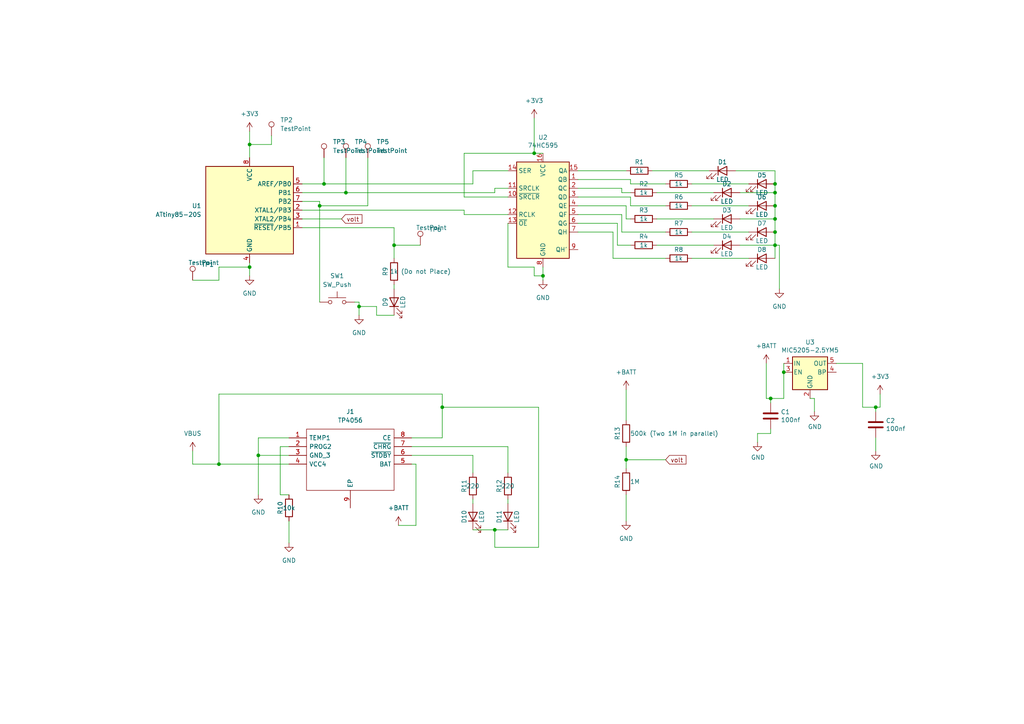
<source format=kicad_sch>
(kicad_sch (version 20211123) (generator eeschema)
  (paper "A4")
  (lib_symbols
    (symbol "74xx:74HC595"
      (property "Reference" "U" (at -7.62 13.97 0))
      (property "Value" "74HC595" (at -7.62 -16.51 0))
      (symbol "74HC595_1_0"
        (pin tri_state line (at 10.16 7.62 180) (length 2.54) (name "QB") (number "1"))
        (pin input line (at -10.16 2.54 0) (length 2.54) (name "~{SRCLR}") (number "10"))
        (pin input line (at -10.16 5.08 0) (length 2.54) (name "SRCLK") (number "11"))
        (pin input line (at -10.16 -2.54 0) (length 2.54) (name "RCLK") (number "12"))
        (pin input line (at -10.16 -5.08 0) (length 2.54) (name "~{OE}") (number "13"))
        (pin input line (at -10.16 10.16 0) (length 2.54) (name "SER") (number "14"))
        (pin tri_state line (at 10.16 10.16 180) (length 2.54) (name "QA") (number "15"))
        (pin power_in line (at 0 15.24 270) (length 2.54) (name "VCC") (number "16"))
        (pin tri_state line (at 10.16 5.08 180) (length 2.54) (name "QC") (number "2"))
        (pin tri_state line (at 10.16 2.54 180) (length 2.54) (name "QD") (number "3"))
        (pin tri_state line (at 10.16 0 180) (length 2.54) (name "QE") (number "4"))
        (pin tri_state line (at 10.16 -2.54 180) (length 2.54) (name "QF") (number "5"))
        (pin tri_state line (at 10.16 -5.08 180) (length 2.54) (name "QG") (number "6"))
        (pin tri_state line (at 10.16 -7.62 180) (length 2.54) (name "QH") (number "7"))
        (pin power_in line (at 0 -17.78 90) (length 2.54) (name "GND") (number "8"))
        (pin output line (at 10.16 -12.7 180) (length 2.54) (name "QH'") (number "9"))
      )
      (symbol "74HC595_1_1"
        (rectangle (start -7.62 12.7) (end 7.62 -15.24) (stroke (width 0.254)) (fill (type background)))
      )
    )
    (symbol "Connector:TestPoint" (pin_numbers hide) (pin_names (offset 0.762) hide)
      (property "Reference" "TP" (at 0 6.858 0))
      (property "Value" "TestPoint" (at 0 5.08 0))
      (symbol "TestPoint_0_1"
        (circle (center 0 3.302) (radius 0.762))
      )
      (symbol "TestPoint_1_1"
        (pin passive line (at 0 0 90) (length 2.54) (name "1") (number "1"))
      )
    )
    (symbol "Device:C" (pin_numbers hide) (pin_names (offset 0.254))
      (property "Reference" "C" (at 0.635 2.54 0))
      (property "Value" "C" (at 0.635 -2.54 0))
      (symbol "C_0_1"
        (polyline (pts (xy -2.032 -0.762) (xy 2.032 -0.762)) (stroke (width 0.508)))
        (polyline (pts (xy -2.032 0.762) (xy 2.032 0.762)) (stroke (width 0.508)))
      )
      (symbol "C_1_1"
        (pin passive line (at 0 3.81 270) (length 2.794) (name "~") (number "1"))
        (pin passive line (at 0 -3.81 90) (length 2.794) (name "~") (number "2"))
      )
    )
    (symbol "Device:LED" (pin_numbers hide) (pin_names (offset 1.016) hide)
      (property "Reference" "D" (at 0 2.54 0))
      (property "Value" "LED" (at 0 -2.54 0))
      (symbol "LED_0_1"
        (polyline (pts (xy -1.27 -1.27) (xy -1.27 1.27)) (stroke (width 0.254)))
        (polyline (pts (xy -1.27 0) (xy 1.27 0)))
        (polyline (pts (xy 1.27 -1.27) (xy 1.27 1.27) (xy -1.27 0) (xy 1.27 -1.27)) (stroke (width 0.254)))
        (polyline (pts (xy -3.048 -0.762) (xy -4.572 -2.286) (xy -3.81 -2.286) (xy -4.572 -2.286) (xy -4.572 -1.524)))
        (polyline (pts (xy -1.778 -0.762) (xy -3.302 -2.286) (xy -2.54 -2.286) (xy -3.302 -2.286) (xy -3.302 -1.524)))
      )
      (symbol "LED_1_1"
        (pin passive line (at -3.81 0 0) (length 2.54) (name "K") (number "1"))
        (pin passive line (at 3.81 0 180) (length 2.54) (name "A") (number "2"))
      )
    )
    (symbol "Device:R" (pin_numbers hide) (pin_names (offset 0))
      (property "Reference" "R" (at 2.032 0 90))
      (property "Value" "R" (at 0 0 90))
      (symbol "R_0_1"
        (rectangle (start -1.016 -2.54) (end 1.016 2.54) (stroke (width 0.254)))
      )
      (symbol "R_1_1"
        (pin passive line (at 0 3.81 270) (length 1.27) (name "~") (number "1"))
        (pin passive line (at 0 -3.81 90) (length 1.27) (name "~") (number "2"))
      )
    )
    (symbol "MCU_Microchip_ATtiny:ATtiny85-20S"
      (property "Reference" "U" (at -12.7 13.97 0))
      (property "Value" "ATtiny85-20S" (at 2.54 -13.97 0))
      (symbol "ATtiny85-20S_0_1"
        (rectangle (start -12.7 -12.7) (end 12.7 12.7) (stroke (width 0.254)) (fill (type background)))
      )
      (symbol "ATtiny85-20S_1_1"
        (pin bidirectional line (at 15.24 -5.08 180) (length 2.54) (name "~{RESET}/PB5") (number "1"))
        (pin bidirectional line (at 15.24 0 180) (length 2.54) (name "XTAL1/PB3") (number "2"))
        (pin bidirectional line (at 15.24 -2.54 180) (length 2.54) (name "XTAL2/PB4") (number "3"))
        (pin power_in line (at 0 -15.24 90) (length 2.54) (name "GND") (number "4"))
        (pin bidirectional line (at 15.24 7.62 180) (length 2.54) (name "AREF/PB0") (number "5"))
        (pin bidirectional line (at 15.24 5.08 180) (length 2.54) (name "PB1") (number "6"))
        (pin bidirectional line (at 15.24 2.54 180) (length 2.54) (name "PB2") (number "7"))
        (pin power_in line (at 0 15.24 270) (length 2.54) (name "VCC") (number "8"))
      )
    )
    (symbol "Regulator_Linear:MIC5205-2.5YM5" (pin_names (offset 0.254))
      (property "Reference" "U" (at -3.81 5.715 0))
      (property "Value" "MIC5205-2.5YM5" (at 0 5.715 0))
      (symbol "MIC5205-2.5YM5_0_1"
        (rectangle (start -5.08 4.445) (end 5.08 -5.08) (stroke (width 0.254)) (fill (type background)))
      )
      (symbol "MIC5205-2.5YM5_1_1"
        (pin power_in line (at -7.62 2.54 0) (length 2.54) (name "IN") (number "1"))
        (pin power_in line (at 0 -7.62 90) (length 2.54) (name "GND") (number "2"))
        (pin input line (at -7.62 0 0) (length 2.54) (name "EN") (number "3"))
        (pin input line (at 7.62 0 180) (length 2.54) (name "BP") (number "4"))
        (pin power_out line (at 7.62 2.54 180) (length 2.54) (name "OUT") (number "5"))
      )
    )
    (symbol "Switch:SW_Push" (pin_numbers hide) (pin_names (offset 1.016) hide)
      (property "Reference" "SW" (at 1.27 2.54 0))
      (property "Value" "SW_Push" (at 0 -1.524 0))
      (symbol "SW_Push_0_1"
        (circle (center -2.032 0) (radius 0.508))
        (polyline (pts (xy 0 1.27) (xy 0 3.048)))
        (polyline (pts (xy 2.54 1.27) (xy -2.54 1.27)))
        (circle (center 2.032 0) (radius 0.508))
        (pin passive line (at -5.08 0 0) (length 2.54) (name "1") (number "1"))
        (pin passive line (at 5.08 0 180) (length 2.54) (name "2") (number "2"))
      )
    )
    (symbol "TP4056:TP4056" (pin_names (offset 0.762))
      (property "Reference" "J" (at 31.75 7.62 0))
      (property "Value" "TP4056" (at 31.75 5.08 0))
      (symbol "TP4056_0_0"
        (pin passive line (at 0 0 0) (length 5.08) (name "TEMP1") (number "1"))
        (pin passive line (at 0 -2.54 0) (length 5.08) (name "PROG2") (number "2"))
        (pin passive line (at 0 -5.08 0) (length 5.08) (name "GND_3") (number "3"))
        (pin passive line (at 0 -7.62 0) (length 5.08) (name "VCC4") (number "4"))
        (pin passive line (at 35.56 -7.62 180) (length 5.08) (name "BAT") (number "5"))
        (pin passive line (at 35.56 -5.08 180) (length 5.08) (name "~{STDBY}") (number "6"))
        (pin passive line (at 35.56 -2.54 180) (length 5.08) (name "~{CHRG}") (number "7"))
        (pin passive line (at 35.56 0 180) (length 5.08) (name "CE") (number "8"))
        (pin passive line (at 17.78 -20.32 90) (length 5.08) (name "EP") (number "9"))
      )
      (symbol "TP4056_0_1"
        (polyline (pts (xy 5.08 2.54) (xy 30.48 2.54) (xy 30.48 -15.24) (xy 5.08 -15.24) (xy 5.08 2.54)) (stroke (width 0.1524)))
      )
    )
    (symbol "power:+3V3" (power) (pin_names (offset 0))
      (property "Value" "+3V3" (at 0 3.556 0))
      (symbol "+3V3_0_1"
        (polyline (pts (xy -0.762 1.27) (xy 0 2.54)))
        (polyline (pts (xy 0 0) (xy 0 2.54)))
        (polyline (pts (xy 0 2.54) (xy 0.762 1.27)))
      )
      (symbol "+3V3_1_1"
        (pin power_in line (at 0 0 90) (length 0) hide (name "+3V3") (number "1"))
      )
    )
    (symbol "power:+BATT" (power) (pin_names (offset 0))
      (property "Value" "+BATT" (at 0 3.556 0))
      (symbol "+BATT_0_1"
        (polyline (pts (xy -0.762 1.27) (xy 0 2.54)))
        (polyline (pts (xy 0 0) (xy 0 2.54)))
        (polyline (pts (xy 0 2.54) (xy 0.762 1.27)))
      )
      (symbol "+BATT_1_1"
        (pin power_in line (at 0 0 90) (length 0) hide (name "+BATT") (number "1"))
      )
    )
    (symbol "power:GND" (power) (pin_names (offset 0))
      (property "Value" "GND" (at 0 -3.81 0))
      (symbol "GND_0_1"
        (polyline (pts (xy 0 0) (xy 0 -1.27) (xy 1.27 -1.27) (xy 0 -2.54) (xy -1.27 -1.27) (xy 0 -1.27)))
      )
      (symbol "GND_1_1"
        (pin power_in line (at 0 0 270) (length 0) hide (name "GND") (number "1"))
      )
    )
    (symbol "power:VBUS" (power) (pin_names (offset 0))
      (property "Value" "VBUS" (at 0 3.81 0))
      (symbol "VBUS_0_1"
        (polyline (pts (xy -0.762 1.27) (xy 0 2.54)))
        (polyline (pts (xy 0 0) (xy 0 2.54)))
        (polyline (pts (xy 0 2.54) (xy 0.762 1.27)))
      )
      (symbol "VBUS_1_1"
        (pin power_in line (at 0 0 90) (length 0) hide (name "VBUS") (number "1"))
      )
    )
  )
  (junction (at 224.79 71.12))
  (junction (at 224.79 53.34))
  (junction (at 104.14 88.9))
  (junction (at 143.51 153.67))
  (junction (at 224.79 55.88))
  (junction (at 224.79 63.5))
  (junction (at 254 118.11))
  (junction (at 72.39 41.91))
  (junction (at 92.71 59.69))
  (junction (at 157.48 80.01))
  (junction (at 224.79 59.69))
  (junction (at 100.33 55.88))
  (junction (at 72.39 77.47))
  (junction (at 74.93 132.08))
  (junction (at 114.3 71.12))
  (junction (at 93.98 53.34))
  (junction (at 227.33 107.95))
  (junction (at 63.5 134.62))
  (junction (at 224.79 67.31))
  (junction (at 128.27 118.11))
  (junction (at 181.61 133.35))
  (junction (at 154.94 44.45))
  (junction (at 223.52 115.57))
  (wire (pts (xy 63.5 134.62) (xy 83.82 134.62)))
  (wire (pts (xy 63.5 114.3) (xy 63.5 134.62)))
  (wire (pts (xy 128.27 127) (xy 128.27 118.11)))
  (wire (pts (xy 224.79 71.12) (xy 224.79 74.93)))
  (wire (pts (xy 180.34 54.61) (xy 180.34 55.88)))
  (wire (pts (xy 55.88 134.62) (xy 63.5 134.62)))
  (wire (pts (xy 227.33 105.41) (xy 227.33 107.95)))
  (wire (pts (xy 87.63 58.42) (xy 92.71 58.42)))
  (wire (pts (xy 55.88 130.81) (xy 55.88 134.62)))
  (wire (pts (xy 106.68 59.69) (xy 92.71 59.69)))
  (wire (pts (xy 120.65 152.4) (xy 115.57 152.4)))
  (wire (pts (xy 254 118.11) (xy 250.19 118.11)))
  (wire (pts (xy 147.32 129.54) (xy 147.32 137.16)))
  (wire (pts (xy 114.3 71.12) (xy 114.3 74.93)))
  (wire (pts (xy 157.48 77.47) (xy 157.48 80.01)))
  (wire (pts (xy 114.3 66.04) (xy 114.3 71.12)))
  (wire (pts (xy 226.06 71.12) (xy 224.79 71.12)))
  (wire (pts (xy 100.33 55.88) (xy 143.51 55.88)))
  (wire (pts (xy 182.88 53.34) (xy 182.88 52.07)))
  (wire (pts (xy 63.5 81.28) (xy 55.88 81.28)))
  (wire (pts (xy 114.3 82.55) (xy 114.3 83.82)))
  (wire (pts (xy 224.79 67.31) (xy 224.79 71.12)))
  (wire (pts (xy 137.16 153.67) (xy 143.51 153.67)))
  (wire (pts (xy 179.07 64.77) (xy 167.64 64.77)))
  (wire (pts (xy 182.88 59.69) (xy 182.88 57.15)))
  (wire (pts (xy 137.16 132.08) (xy 119.38 132.08)))
  (wire (pts (xy 147.32 64.77) (xy 147.32 77.47)))
  (wire (pts (xy 104.14 87.63) (xy 104.14 88.9)))
  (wire (pts (xy 181.61 113.03) (xy 181.61 121.92)))
  (wire (pts (xy 154.94 44.45) (xy 134.62 44.45)))
  (wire (pts (xy 181.61 133.35) (xy 193.04 133.35)))
  (wire (pts (xy 72.39 41.91) (xy 72.39 45.72)))
  (wire (pts (xy 190.5 63.5) (xy 207.01 63.5)))
  (wire (pts (xy 190.5 71.12) (xy 207.01 71.12)))
  (wire (pts (xy 83.82 151.13) (xy 83.82 157.48)))
  (wire (pts (xy 200.66 59.69) (xy 217.17 59.69)))
  (wire (pts (xy 200.66 67.31) (xy 217.17 67.31)))
  (wire (pts (xy 137.16 49.53) (xy 147.32 49.53)))
  (wire (pts (xy 102.87 87.63) (xy 104.14 87.63)))
  (wire (pts (xy 137.16 137.16) (xy 137.16 132.08)))
  (wire (pts (xy 180.34 62.23) (xy 167.64 62.23)))
  (wire (pts (xy 189.23 49.53) (xy 205.74 49.53)))
  (wire (pts (xy 181.61 133.35) (xy 181.61 135.89)))
  (wire (pts (xy 128.27 118.11) (xy 128.27 114.3)))
  (wire (pts (xy 72.39 76.2) (xy 72.39 77.47)))
  (wire (pts (xy 181.61 63.5) (xy 182.88 63.5)))
  (wire (pts (xy 224.79 55.88) (xy 224.79 59.69)))
  (wire (pts (xy 182.88 52.07) (xy 167.64 52.07)))
  (wire (pts (xy 214.63 55.88) (xy 224.79 55.88)))
  (wire (pts (xy 222.25 105.41) (xy 222.25 115.57)))
  (wire (pts (xy 255.27 118.11) (xy 254 118.11)))
  (wire (pts (xy 154.94 80.01) (xy 157.48 80.01)))
  (wire (pts (xy 81.28 143.51) (xy 83.82 143.51)))
  (wire (pts (xy 114.3 71.12) (xy 121.92 71.12)))
  (wire (pts (xy 254 119.38) (xy 254 118.11)))
  (wire (pts (xy 182.88 71.12) (xy 179.07 71.12)))
  (wire (pts (xy 93.98 45.72) (xy 93.98 53.34)))
  (wire (pts (xy 255.27 114.3) (xy 255.27 118.11)))
  (wire (pts (xy 156.21 118.11) (xy 128.27 118.11)))
  (wire (pts (xy 119.38 127) (xy 128.27 127)))
  (wire (pts (xy 242.57 105.41) (xy 250.19 105.41)))
  (wire (pts (xy 223.52 125.73) (xy 223.52 124.46)))
  (wire (pts (xy 193.04 67.31) (xy 180.34 67.31)))
  (wire (pts (xy 114.3 91.44) (xy 109.22 91.44)))
  (wire (pts (xy 134.62 60.96) (xy 134.62 62.23)))
  (wire (pts (xy 190.5 55.88) (xy 207.01 55.88)))
  (wire (pts (xy 143.51 158.75) (xy 156.21 158.75)))
  (wire (pts (xy 134.62 44.45) (xy 134.62 57.15)))
  (wire (pts (xy 200.66 53.34) (xy 217.17 53.34)))
  (wire (pts (xy 181.61 143.51) (xy 181.61 151.13)))
  (wire (pts (xy 167.64 67.31) (xy 177.8 67.31)))
  (wire (pts (xy 87.63 63.5) (xy 99.06 63.5)))
  (wire (pts (xy 78.74 41.91) (xy 72.39 41.91)))
  (wire (pts (xy 87.63 55.88) (xy 100.33 55.88)))
  (wire (pts (xy 236.22 115.57) (xy 234.95 115.57)))
  (wire (pts (xy 87.63 53.34) (xy 93.98 53.34)))
  (wire (pts (xy 214.63 63.5) (xy 224.79 63.5)))
  (wire (pts (xy 181.61 129.54) (xy 181.61 133.35)))
  (wire (pts (xy 119.38 134.62) (xy 120.65 134.62)))
  (wire (pts (xy 222.25 115.57) (xy 223.52 115.57)))
  (wire (pts (xy 92.71 59.69) (xy 92.71 87.63)))
  (wire (pts (xy 83.82 127) (xy 74.93 127)))
  (wire (pts (xy 119.38 129.54) (xy 147.32 129.54)))
  (wire (pts (xy 134.62 62.23) (xy 147.32 62.23)))
  (wire (pts (xy 72.39 38.1) (xy 72.39 41.91)))
  (wire (pts (xy 226.06 83.82) (xy 226.06 71.12)))
  (wire (pts (xy 167.64 59.69) (xy 181.61 59.69)))
  (wire (pts (xy 236.22 119.38) (xy 236.22 115.57)))
  (wire (pts (xy 157.48 80.01) (xy 157.48 81.28)))
  (wire (pts (xy 100.33 45.72) (xy 100.33 55.88)))
  (wire (pts (xy 143.51 55.88) (xy 143.51 54.61)))
  (wire (pts (xy 180.34 67.31) (xy 180.34 62.23)))
  (wire (pts (xy 182.88 59.69) (xy 193.04 59.69)))
  (wire (pts (xy 120.65 134.62) (xy 120.65 152.4)))
  (wire (pts (xy 224.79 63.5) (xy 224.79 67.31)))
  (wire (pts (xy 156.21 158.75) (xy 156.21 118.11)))
  (wire (pts (xy 219.71 125.73) (xy 223.52 125.73)))
  (wire (pts (xy 128.27 114.3) (xy 63.5 114.3)))
  (wire (pts (xy 72.39 77.47) (xy 63.5 77.47)))
  (wire (pts (xy 224.79 59.69) (xy 224.79 63.5)))
  (wire (pts (xy 81.28 129.54) (xy 81.28 143.51)))
  (wire (pts (xy 143.51 153.67) (xy 143.51 158.75)))
  (wire (pts (xy 83.82 132.08) (xy 74.93 132.08)))
  (wire (pts (xy 182.88 57.15) (xy 167.64 57.15)))
  (wire (pts (xy 78.74 39.37) (xy 78.74 41.91)))
  (wire (pts (xy 227.33 107.95) (xy 227.33 115.57)))
  (wire (pts (xy 147.32 144.78) (xy 147.32 146.05)))
  (wire (pts (xy 157.48 44.45) (xy 154.94 44.45)))
  (wire (pts (xy 134.62 57.15) (xy 147.32 57.15)))
  (wire (pts (xy 154.94 77.47) (xy 154.94 80.01)))
  (wire (pts (xy 147.32 77.47) (xy 154.94 77.47)))
  (wire (pts (xy 143.51 153.67) (xy 147.32 153.67)))
  (wire (pts (xy 224.79 53.34) (xy 224.79 55.88)))
  (wire (pts (xy 213.36 49.53) (xy 224.79 49.53)))
  (wire (pts (xy 137.16 144.78) (xy 137.16 146.05)))
  (wire (pts (xy 137.16 53.34) (xy 137.16 49.53)))
  (wire (pts (xy 93.98 53.34) (xy 137.16 53.34)))
  (wire (pts (xy 106.68 45.72) (xy 106.68 59.69)))
  (wire (pts (xy 92.71 58.42) (xy 92.71 59.69)))
  (wire (pts (xy 104.14 88.9) (xy 104.14 91.44)))
  (wire (pts (xy 200.66 74.93) (xy 217.17 74.93)))
  (wire (pts (xy 74.93 127) (xy 74.93 132.08)))
  (wire (pts (xy 223.52 116.84) (xy 223.52 115.57)))
  (wire (pts (xy 177.8 67.31) (xy 177.8 74.93)))
  (wire (pts (xy 177.8 74.93) (xy 193.04 74.93)))
  (wire (pts (xy 109.22 91.44) (xy 109.22 88.9)))
  (wire (pts (xy 109.22 88.9) (xy 104.14 88.9)))
  (wire (pts (xy 250.19 105.41) (xy 250.19 118.11)))
  (wire (pts (xy 180.34 55.88) (xy 182.88 55.88)))
  (wire (pts (xy 63.5 77.47) (xy 63.5 81.28)))
  (wire (pts (xy 87.63 66.04) (xy 114.3 66.04)))
  (wire (pts (xy 143.51 54.61) (xy 147.32 54.61)))
  (wire (pts (xy 83.82 129.54) (xy 81.28 129.54)))
  (wire (pts (xy 154.94 34.29) (xy 154.94 44.45)))
  (wire (pts (xy 254 130.81) (xy 254 127)))
  (wire (pts (xy 181.61 59.69) (xy 181.61 63.5)))
  (wire (pts (xy 179.07 71.12) (xy 179.07 64.77)))
  (wire (pts (xy 87.63 60.96) (xy 134.62 60.96)))
  (wire (pts (xy 167.64 49.53) (xy 181.61 49.53)))
  (wire (pts (xy 214.63 71.12) (xy 224.79 71.12)))
  (wire (pts (xy 223.52 115.57) (xy 227.33 115.57)))
  (wire (pts (xy 219.71 128.27) (xy 219.71 125.73)))
  (wire (pts (xy 74.93 132.08) (xy 74.93 143.51)))
  (wire (pts (xy 72.39 77.47) (xy 72.39 80.01)))
  (wire (pts (xy 167.64 54.61) (xy 180.34 54.61)))
  (wire (pts (xy 193.04 53.34) (xy 182.88 53.34)))
  (wire (pts (xy 224.79 49.53) (xy 224.79 53.34)))
  (global_label "volt" (shape input) (at 193.04 133.35 0) (property "Intersheet References" "${INTERSHEET_REFS}" (effects hide)))
  (global_label "volt" (shape input) (at 99.06 63.5 0) (property "Intersheet References" "${INTERSHEET_REFS}" (effects hide)))
  (symbol (lib_id "power:GND") (at 219.71 128.27 0) (unit 1)
    (property "Reference" "#PWR0110" (effects hide))
    (property "Value" "GND" (at 219.837 132.6642 0))
  )
  (symbol (lib_id "power:GND") (at 157.48 81.28 0) (unit 1)
    (property "Reference" "#PWR03" (effects hide))
    (property "Value" "GND" (at 157.48 86.36 0))
  )
  (symbol (lib_id "power:+3V3") (at 72.39 38.1 0) (unit 1)
    (property "Reference" "#PWR0114" (effects hide))
    (property "Value" "+3V3" (at 72.39 33.02 0))
  )
  (symbol (lib_id "Device:R") (at 196.85 67.31 90) (unit 1)
    (property "Reference" "R7" (at 196.85 64.77 90))
    (property "Value" "1k" (at 196.85 67.31 90))
    (property "Footprint" "Resistor_SMD:R_0603_1608Metric_Pad0.98x0.95mm_HandSolder" (effects hide))
  )
  (symbol (lib_id "Device:R") (at 114.3 78.74 180) (unit 1)
    (property "Reference" "R9" (at 111.76 78.74 90))
    (property "Value" "1k (Do not Place)" (at 121.92 78.74 0))
    (property "Footprint" "Resistor_SMD:R_0603_1608Metric_Pad0.98x0.95mm_HandSolder" (effects hide))
  )
  (symbol (lib_id "Device:R") (at 196.85 53.34 90) (unit 1)
    (property "Reference" "R5" (at 196.85 50.8 90))
    (property "Value" "1k" (at 196.85 53.34 90))
    (property "Footprint" "Resistor_SMD:R_0603_1608Metric_Pad0.98x0.95mm_HandSolder" (effects hide))
  )
  (symbol (lib_id "Device:LED") (at 210.82 55.88 0) (unit 1)
    (property "Reference" "D2" (at 210.82 53.34 0))
    (property "Value" "LED" (at 210.82 58.42 0))
    (property "Footprint" "LED_SMD:LED_0603_1608Metric_Pad1.05x0.95mm_HandSolder" (effects hide))
  )
  (symbol (lib_id "power:GND") (at 83.82 157.48 0) (unit 1)
    (property "Reference" "#PWR0104" (effects hide))
    (property "Value" "GND" (at 83.82 162.56 0))
  )
  (symbol (lib_id "power:VBUS") (at 55.88 130.81 0) (unit 1)
    (property "Reference" "#PWR0102" (effects hide))
    (property "Value" "VBUS" (at 55.88 125.73 0))
  )
  (symbol (lib_id "power:GND") (at 74.93 143.51 0) (unit 1)
    (property "Reference" "#PWR0103" (effects hide))
    (property "Value" "GND" (at 74.93 148.59 0))
  )
  (symbol (lib_id "Regulator_Linear:MIC5205-2.5YM5") (at 234.95 107.95 0) (unit 1)
    (property "Reference" "U3" (at 234.95 99.2632 0))
    (property "Value" "MIC5205-2.5YM5" (at 234.95 101.5746 0))
    (property "Footprint" "Package_TO_SOT_SMD:SOT-23-5" (effects hide))
    (property "Datasheet" "http://ww1.microchip.com/downloads/en/DeviceDoc/20005785A.pdf" (effects hide))
  )
  (symbol (lib_id "Device:LED") (at 220.98 59.69 0) (unit 1)
    (property "Reference" "D6" (at 220.98 57.15 0))
    (property "Value" "LED" (at 220.98 62.23 0))
    (property "Footprint" "LED_SMD:LED_0603_1608Metric_Pad1.05x0.95mm_HandSolder" (effects hide))
  )
  (symbol (lib_id "Device:R") (at 196.85 59.69 90) (unit 1)
    (property "Reference" "R6" (at 196.85 57.15 90))
    (property "Value" "1k" (at 196.85 59.69 90))
    (property "Footprint" "Resistor_SMD:R_0603_1608Metric_Pad0.98x0.95mm_HandSolder" (effects hide))
  )
  (symbol (lib_id "Device:R") (at 185.42 49.53 90) (unit 1)
    (property "Reference" "R1" (at 185.42 46.99 90))
    (property "Value" "1k" (at 185.42 49.53 90))
    (property "Footprint" "Resistor_SMD:R_0603_1608Metric_Pad0.98x0.95mm_HandSolder" (effects hide))
  )
  (symbol (lib_id "power:+3V3") (at 154.94 34.29 0) (unit 1)
    (property "Reference" "#PWR0113" (effects hide))
    (property "Value" "+3V3" (at 154.94 29.21 0))
  )
  (symbol (lib_id "Connector:TestPoint") (at 100.33 45.72 0) (unit 1)
    (property "Reference" "TP4" (at 102.87 41.1479 0) (effects (justify left)))
    (property "Value" "TestPoint" (at 102.87 43.6879 0) (effects (justify left)))
    (property "Footprint" "TestPoint:TestPoint_Pad_1.0x1.0mm" (effects hide))
  )
  (symbol (lib_id "Device:R") (at 186.69 71.12 90) (unit 1)
    (property "Reference" "R4" (at 186.69 68.58 90))
    (property "Value" "1k" (at 186.69 71.12 90))
    (property "Footprint" "Resistor_SMD:R_0603_1608Metric_Pad0.98x0.95mm_HandSolder" (effects hide))
  )
  (symbol (lib_id "Device:R") (at 196.85 74.93 90) (unit 1)
    (property "Reference" "R8" (at 196.85 72.39 90))
    (property "Value" "1k" (at 196.85 74.93 90))
    (property "Footprint" "Resistor_SMD:R_0603_1608Metric_Pad0.98x0.95mm_HandSolder" (effects hide))
  )
  (symbol (lib_id "power:GND") (at 72.39 80.01 0) (unit 1)
    (property "Reference" "#PWR01" (effects hide))
    (property "Value" "GND" (at 72.39 85.09 0))
  )
  (symbol (lib_id "Switch:SW_Push") (at 97.79 87.63 0) (unit 1)
    (property "Reference" "SW1" (at 97.79 80.01 0))
    (property "Value" "SW_Push" (at 97.79 82.55 0))
    (property "Footprint" "Button_Switch_SMD:SW_SPST_SKQG_WithoutStem" (effects hide))
  )
  (symbol (lib_id "Connector:TestPoint") (at 93.98 45.72 0) (unit 1)
    (property "Reference" "TP3" (at 96.52 41.1479 0) (effects (justify left)))
    (property "Value" "TestPoint" (at 96.52 43.6879 0) (effects (justify left)))
    (property "Footprint" "TestPoint:TestPoint_Pad_1.0x1.0mm" (effects hide))
  )
  (symbol (lib_id "Device:R") (at 147.32 140.97 180) (unit 1)
    (property "Reference" "R12" (at 144.78 140.97 90))
    (property "Value" "220" (at 147.32 140.97 0))
    (property "Footprint" "Resistor_SMD:R_0603_1608Metric_Pad0.98x0.95mm_HandSolder" (effects hide))
  )
  (symbol (lib_id "power:GND") (at 254 130.81 0) (unit 1)
    (property "Reference" "#PWR0112" (effects hide))
    (property "Value" "GND" (at 254.127 135.2042 0))
  )
  (symbol (lib_id "power:+BATT") (at 222.25 105.41 0) (unit 1)
    (property "Reference" "#PWR0108" (effects hide))
    (property "Value" "+BATT" (at 222.25 100.33 0))
  )
  (symbol (lib_id "Device:LED") (at 210.82 63.5 0) (unit 1)
    (property "Reference" "D3" (at 210.82 60.96 0))
    (property "Value" "LED" (at 210.82 66.04 0))
    (property "Footprint" "LED_SMD:LED_0603_1608Metric_Pad1.05x0.95mm_HandSolder" (effects hide))
  )
  (symbol (lib_id "Device:R") (at 186.69 55.88 90) (unit 1)
    (property "Reference" "R2" (at 186.69 53.34 90))
    (property "Value" "1k" (at 186.69 55.88 90))
    (property "Footprint" "Resistor_SMD:R_0603_1608Metric_Pad0.98x0.95mm_HandSolder" (effects hide))
  )
  (symbol (lib_id "Device:C") (at 223.52 120.65 0) (unit 1)
    (property "Reference" "C1" (at 226.441 119.4816 0) (effects (justify left)))
    (property "Value" "100nf" (at 226.441 121.793 0) (effects (justify left)))
    (property "Footprint" "Capacitor_SMD:C_0603_1608Metric_Pad1.08x0.95mm_HandSolder" (effects hide))
  )
  (symbol (lib_id "Device:LED") (at 220.98 67.31 0) (unit 1)
    (property "Reference" "D7" (at 220.98 64.77 0))
    (property "Value" "LED" (at 220.98 69.85 0))
    (property "Footprint" "LED_SMD:LED_0603_1608Metric_Pad1.05x0.95mm_HandSolder" (effects hide))
  )
  (symbol (lib_id "Device:R") (at 186.69 63.5 90) (unit 1)
    (property "Reference" "R3" (at 186.69 60.96 90))
    (property "Value" "1k" (at 186.69 63.5 90))
    (property "Footprint" "Resistor_SMD:R_0603_1608Metric_Pad0.98x0.95mm_HandSolder" (effects hide))
  )
  (symbol (lib_id "power:GND") (at 226.06 83.82 0) (unit 1)
    (property "Reference" "#PWR04" (effects hide))
    (property "Value" "GND" (at 226.06 88.9 0))
  )
  (symbol (lib_id "Device:LED") (at 210.82 71.12 0) (unit 1)
    (property "Reference" "D4" (at 210.82 68.58 0))
    (property "Value" "LED" (at 210.82 73.66 0))
    (property "Footprint" "LED_SMD:LED_0603_1608Metric_Pad1.05x0.95mm_HandSolder" (effects hide))
  )
  (symbol (lib_id "TP4056:TP4056") (at 83.82 127 0) (unit 1)
    (property "Reference" "J1" (at 101.6 119.38 0))
    (property "Value" "TP4056" (at 101.6 121.92 0))
    (property "Footprint" "BCD watch V1.0:SOIC127P600X175-9N" (effects hide))
    (property "Datasheet" "https://dlnmh9ip6v2uc.cloudfront.net/datasheets/Prototyping/TP4056.pdf" (effects hide))
    (property "Description" "1A Standalone Linear Li-lon Battery Charger, SOP-8" (effects hide))
    (property "Height" "1.75" (effects hide))
    (property "Manufacturer_Name" "NanJing Top Power" (effects hide))
    (property "Manufacturer_Part_Number" "TP4056" (effects hide))
  )
  (symbol (lib_id "Device:R") (at 137.16 140.97 180) (unit 1)
    (property "Reference" "R11" (at 134.62 140.97 90))
    (property "Value" "220" (at 137.16 140.97 0))
    (property "Footprint" "Resistor_SMD:R_0603_1608Metric_Pad0.98x0.95mm_HandSolder" (effects hide))
  )
  (symbol (lib_id "MCU_Microchip_ATtiny:ATtiny85-20S") (at 72.39 60.96 0) (unit 1)
    (property "Reference" "U1" (at 58.42 59.6899 0) (effects (justify right)))
    (property "Value" "ATtiny85-20S" (at 58.42 62.2299 0) (effects (justify right)))
    (property "Footprint" "Package_SO:SOIC-8W_5.3x5.3mm_P1.27mm" (effects hide))
    (property "Datasheet" "http://ww1.microchip.com/downloads/en/DeviceDoc/atmel-2586-avr-8-bit-microcontroller-attiny25-attiny45-attiny85_datasheet.pdf" (effects hide))
  )
  (symbol (lib_id "power:GND") (at 236.22 119.38 0) (unit 1)
    (property "Reference" "#PWR0109" (effects hide))
    (property "Value" "GND" (at 236.347 123.7742 0))
  )
  (symbol (lib_id "power:+3V3") (at 255.27 114.3 0) (unit 1)
    (property "Reference" "#PWR0111" (effects hide))
    (property "Value" "+3V3" (at 255.27 109.22 0))
  )
  (symbol (lib_id "power:+BATT") (at 115.57 152.4 0) (unit 1)
    (property "Reference" "#PWR0101" (effects hide))
    (property "Value" "+BATT" (at 115.57 147.32 0))
  )
  (symbol (lib_id "power:GND") (at 104.14 91.44 0) (unit 1)
    (property "Reference" "#PWR02" (effects hide))
    (property "Value" "GND" (at 104.14 96.52 0))
  )
  (symbol (lib_id "Device:R") (at 181.61 125.73 180) (unit 1)
    (property "Reference" "R13" (at 179.07 125.73 90))
    (property "Value" "500k (Two 1M in parallel)" (at 195.58 125.73 0))
    (property "Footprint" "Resistor_SMD:R_0603_1608Metric_Pad0.98x0.95mm_HandSolder" (effects hide))
  )
  (symbol (lib_id "Device:LED") (at 209.55 49.53 0) (unit 1)
    (property "Reference" "D1" (at 209.55 46.99 0))
    (property "Value" "LED" (at 209.55 52.07 0))
    (property "Footprint" "LED_SMD:LED_0603_1608Metric_Pad1.05x0.95mm_HandSolder" (effects hide))
  )
  (symbol (lib_id "Connector:TestPoint") (at 55.88 81.28 0) (unit 1)
    (property "Reference" "TP1" (at 58.42 76.7079 0) (effects (justify left)))
    (property "Value" "TestPoint" (at 54.61 76.2 0) (effects (justify left)))
    (property "Footprint" "TestPoint:TestPoint_Pad_1.0x1.0mm" (effects hide))
  )
  (symbol (lib_id "Device:LED") (at 220.98 74.93 0) (unit 1)
    (property "Reference" "D8" (at 220.98 72.39 0))
    (property "Value" "LED" (at 220.98 77.47 0))
    (property "Footprint" "LED_SMD:LED_0603_1608Metric_Pad1.05x0.95mm_HandSolder" (effects hide))
  )
  (symbol (lib_id "Device:LED") (at 137.16 149.86 90) (unit 1)
    (property "Reference" "D10" (at 134.62 149.86 0))
    (property "Value" "LED" (at 139.7 149.86 0))
    (property "Footprint" "LED_SMD:LED_0603_1608Metric_Pad1.05x0.95mm_HandSolder" (effects hide))
  )
  (symbol (lib_id "power:GND") (at 181.61 151.13 0) (unit 1)
    (property "Reference" "#PWR0106" (effects hide))
    (property "Value" "GND" (at 181.61 156.21 0))
  )
  (symbol (lib_id "Device:LED") (at 220.98 53.34 0) (unit 1)
    (property "Reference" "D5" (at 220.98 50.8 0))
    (property "Value" "LED" (at 220.98 55.88 0))
    (property "Footprint" "LED_SMD:LED_0603_1608Metric_Pad1.05x0.95mm_HandSolder" (effects hide))
  )
  (symbol (lib_id "Device:LED") (at 147.32 149.86 90) (unit 1)
    (property "Reference" "D11" (at 144.78 149.86 0))
    (property "Value" "LED" (at 149.86 149.86 0))
    (property "Footprint" "LED_SMD:LED_0603_1608Metric_Pad1.05x0.95mm_HandSolder" (effects hide))
  )
  (symbol (lib_id "Device:C") (at 254 123.19 0) (unit 1)
    (property "Reference" "C2" (at 256.921 122.0216 0) (effects (justify left)))
    (property "Value" "100nf" (at 256.921 124.333 0) (effects (justify left)))
    (property "Footprint" "Capacitor_SMD:C_0603_1608Metric_Pad1.08x0.95mm_HandSolder" (effects hide))
  )
  (symbol (lib_id "74xx:74HC595") (at 157.48 59.69 0) (unit 1)
    (property "Reference" "U2" (at 157.48 39.8526 0))
    (property "Value" "74HC595" (at 157.48 42.164 0))
    (property "Footprint" "Package_DIP:DIP-16_W8.89mm_SMDSocket_LongPads" (effects hide))
    (property "Datasheet" "http://www.ti.com/lit/ds/symlink/sn74hc595.pdf" (effects hide))
  )
  (symbol (lib_id "power:+BATT") (at 181.61 113.03 0) (unit 1)
    (property "Reference" "#PWR0107" (effects hide))
    (property "Value" "+BATT" (at 181.61 107.95 0))
  )
  (symbol (lib_id "Connector:TestPoint") (at 121.92 71.12 0) (unit 1)
    (property "Reference" "TP6" (at 124.46 66.5479 0) (effects (justify left)))
    (property "Value" "TestPoint" (at 120.65 66.04 0) (effects (justify left)))
    (property "Footprint" "TestPoint:TestPoint_Pad_1.0x1.0mm" (effects hide))
  )
  (symbol (lib_id "Connector:TestPoint") (at 78.74 39.37 0) (unit 1)
    (property "Reference" "TP2" (at 81.28 34.7979 0) (effects (justify left)))
    (property "Value" "TestPoint" (at 81.28 37.3379 0) (effects (justify left)))
    (property "Footprint" "TestPoint:TestPoint_Pad_1.0x1.0mm" (effects hide))
  )
  (symbol (lib_id "Device:R") (at 181.61 139.7 180) (unit 1)
    (property "Reference" "R14" (at 179.07 139.7 90))
    (property "Value" "1M" (at 184.15 139.7 0))
    (property "Footprint" "Resistor_SMD:R_0603_1608Metric_Pad0.98x0.95mm_HandSolder" (effects hide))
  )
  (symbol (lib_id "Connector:TestPoint") (at 106.68 45.72 0) (unit 1)
    (property "Reference" "TP5" (at 109.22 41.1479 0) (effects (justify left)))
    (property "Value" "TestPoint" (at 109.22 43.6879 0) (effects (justify left)))
    (property "Footprint" "TestPoint:TestPoint_Pad_1.0x1.0mm" (effects hide))
  )
  (symbol (lib_id "Device:R") (at 83.82 147.32 180) (unit 1)
    (property "Reference" "R10" (at 81.28 147.32 90))
    (property "Value" "10k" (at 83.82 147.32 0))
    (property "Footprint" "Resistor_SMD:R_0603_1608Metric_Pad0.98x0.95mm_HandSolder" (effects hide))
  )
  (symbol (lib_id "Device:LED") (at 114.3 87.63 90) (unit 1)
    (property "Reference" "D9" (at 111.76 87.63 0))
    (property "Value" "LED" (at 116.84 87.63 0))
    (property "Footprint" "LED_SMD:LED_0603_1608Metric_Pad1.05x0.95mm_HandSolder" (effects hide))
  )
)
</source>
